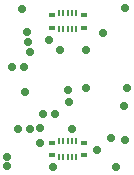
<source format=gbs>
G04*
G04 #@! TF.GenerationSoftware,Altium Limited,Altium Designer,21.6.4 (81)*
G04*
G04 Layer_Color=16711935*
%FSLAX44Y44*%
%MOMM*%
G71*
G04*
G04 #@! TF.SameCoordinates,0B448374-6EB3-427F-B8DE-565289E3D6A4*
G04*
G04*
G04 #@! TF.FilePolarity,Negative*
G04*
G01*
G75*
%ADD39C,0.7000*%
%ADD45R,0.2800X0.5600*%
%ADD46R,0.5700X0.3600*%
G54D39*
X23008Y69000D02*
D03*
X83508Y20304D02*
D03*
X62704Y37500D02*
D03*
X35696Y38637D02*
D03*
X60008Y60824D02*
D03*
X38008Y51000D02*
D03*
X25882Y111824D02*
D03*
X36008Y25812D02*
D03*
X75008Y105000D02*
D03*
X108008Y140000D02*
D03*
X109008Y73000D02*
D03*
X108008Y29000D02*
D03*
X100008Y6000D02*
D03*
X47008D02*
D03*
X17008Y38000D02*
D03*
X27008D02*
D03*
X43008Y113000D02*
D03*
X12008Y90000D02*
D03*
X22008D02*
D03*
X25008Y120000D02*
D03*
X20008Y139334D02*
D03*
X53008Y105000D02*
D03*
X89008Y119000D02*
D03*
X95639Y30043D02*
D03*
X59008Y71000D02*
D03*
X27008Y103000D02*
D03*
X48008Y51000D02*
D03*
X107008Y57000D02*
D03*
X8008Y7000D02*
D03*
Y14000D02*
D03*
X75008Y73000D02*
D03*
G54D45*
X52008Y27600D02*
D03*
Y14200D02*
D03*
X55508Y27600D02*
D03*
Y14200D02*
D03*
X59008Y27600D02*
D03*
Y14200D02*
D03*
X62508Y27600D02*
D03*
Y14200D02*
D03*
X66008Y27600D02*
D03*
Y14200D02*
D03*
Y122400D02*
D03*
Y135800D02*
D03*
X62508Y122400D02*
D03*
Y135800D02*
D03*
X59008Y122400D02*
D03*
Y135800D02*
D03*
X55508Y122400D02*
D03*
Y135800D02*
D03*
X52008Y122400D02*
D03*
Y135800D02*
D03*
G54D46*
X45508Y26300D02*
D03*
Y15500D02*
D03*
X72508Y26300D02*
D03*
Y15500D02*
D03*
Y123700D02*
D03*
Y134500D02*
D03*
X45508Y123700D02*
D03*
Y134500D02*
D03*
M02*

</source>
